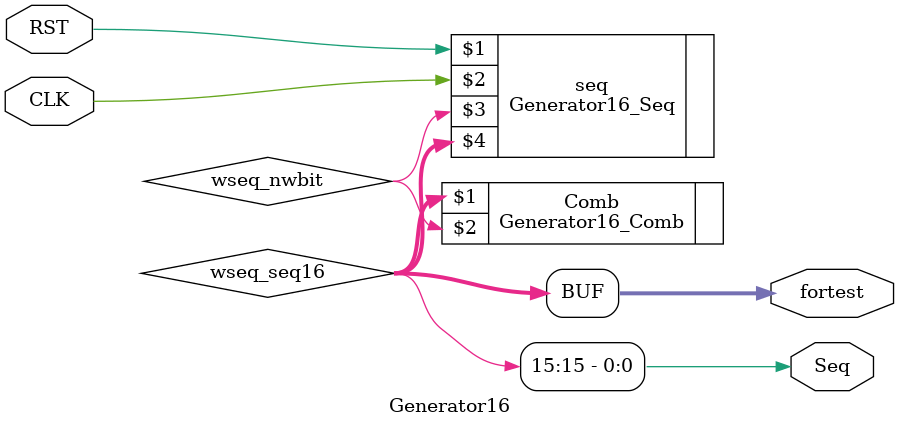
<source format=v>
`timescale 1ns / 1ps

module Generator16(RST, CLK, Seq, fortest);
input RST;
input CLK;
output Seq;
output [15:0] fortest;

wire wseq_nwbit;
wire [15:0] wseq_seq16;

Generator16_Seq seq (RST, CLK, wseq_nwbit, wseq_seq16); //Generator16_Seq(RST, CLK, Nwbit, seq16);
Generator16_Comb Comb (wseq_seq16, wseq_nwbit); //Generator16_Comb(in, out);

assign Seq = wseq_seq16[15];
assign fortest = wseq_seq16;

endmodule

</source>
